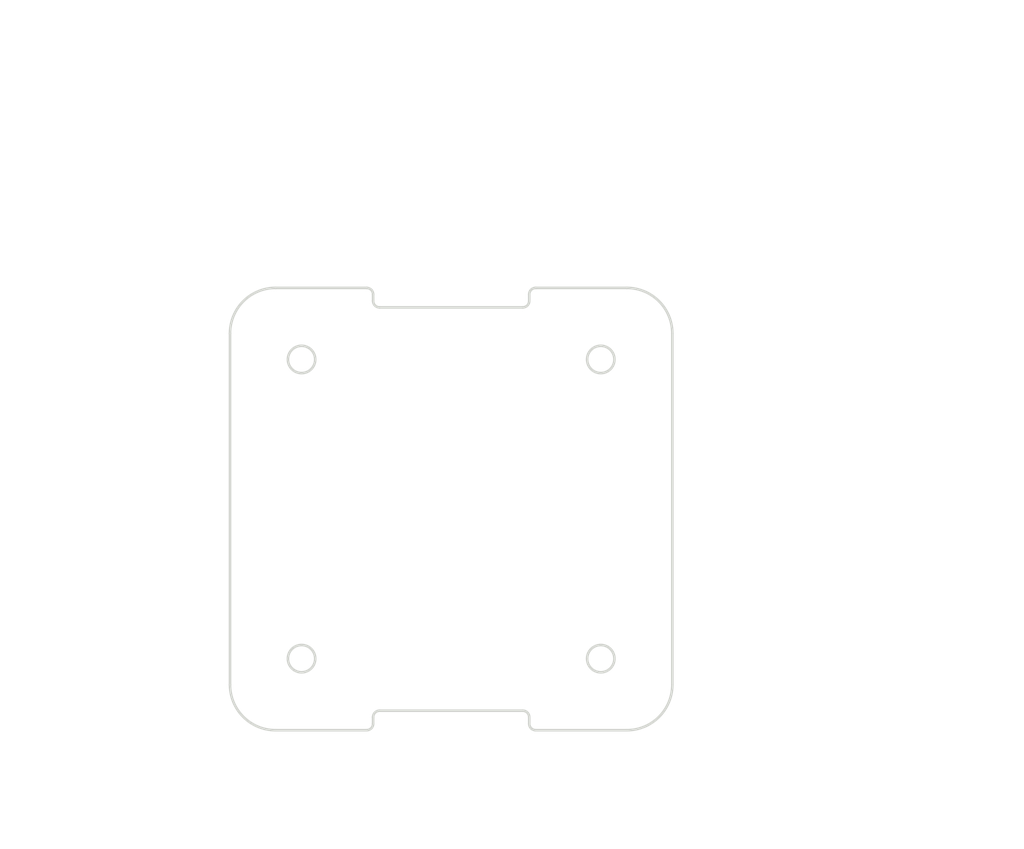
<source format=kicad_pcb>
(kicad_pcb (version 20171130) (host pcbnew "(5.1.0)-1")

  (general
    (thickness 1.6)
    (drawings 73)
    (tracks 0)
    (zones 0)
    (modules 0)
    (nets 1)
  )

  (page A4)
  (layers
    (0 F.Cu signal)
    (31 B.Cu signal)
    (32 B.Adhes user)
    (33 F.Adhes user)
    (34 B.Paste user)
    (35 F.Paste user)
    (36 B.SilkS user)
    (37 F.SilkS user)
    (38 B.Mask user)
    (39 F.Mask user)
    (40 Dwgs.User user)
    (41 Cmts.User user)
    (42 Eco1.User user)
    (43 Eco2.User user)
    (44 Edge.Cuts user)
    (45 Margin user)
    (46 B.CrtYd user)
    (47 F.CrtYd user)
    (48 B.Fab user)
    (49 F.Fab user)
  )

  (setup
    (last_trace_width 0.25)
    (trace_clearance 0.2)
    (zone_clearance 0.508)
    (zone_45_only no)
    (trace_min 0.2)
    (via_size 0.8)
    (via_drill 0.4)
    (via_min_size 0.4)
    (via_min_drill 0.3)
    (uvia_size 0.3)
    (uvia_drill 0.1)
    (uvias_allowed no)
    (uvia_min_size 0.2)
    (uvia_min_drill 0.1)
    (edge_width 0.05)
    (segment_width 0.2)
    (pcb_text_width 0.3)
    (pcb_text_size 1.5 1.5)
    (mod_edge_width 0.12)
    (mod_text_size 1 1)
    (mod_text_width 0.15)
    (pad_size 1.524 1.524)
    (pad_drill 0.762)
    (pad_to_mask_clearance 0.051)
    (solder_mask_min_width 0.25)
    (aux_axis_origin 0 0)
    (visible_elements FFFFFF7F)
    (pcbplotparams
      (layerselection 0x010fc_ffffffff)
      (usegerberextensions false)
      (usegerberattributes false)
      (usegerberadvancedattributes false)
      (creategerberjobfile false)
      (excludeedgelayer true)
      (linewidth 0.152400)
      (plotframeref false)
      (viasonmask false)
      (mode 1)
      (useauxorigin false)
      (hpglpennumber 1)
      (hpglpenspeed 20)
      (hpglpendiameter 15.000000)
      (psnegative false)
      (psa4output false)
      (plotreference true)
      (plotvalue true)
      (plotinvisibletext false)
      (padsonsilk false)
      (subtractmaskfromsilk false)
      (outputformat 1)
      (mirror false)
      (drillshape 1)
      (scaleselection 1)
      (outputdirectory ""))
  )

  (net 0 "")

  (net_class Default "This is the default net class."
    (clearance 0.2)
    (trace_width 0.25)
    (via_dia 0.8)
    (via_drill 0.4)
    (uvia_dia 0.3)
    (uvia_drill 0.1)
  )

  (gr_circle (center 135.926012 101.708606) (end 136.976012 101.708606) (layer Edge.Cuts) (width 0.2))
  (gr_circle (center 158.926012 78.708606) (end 159.976012 78.708606) (layer Edge.Cuts) (width 0.2))
  (gr_circle (center 158.926012 101.708606) (end 159.976012 101.708606) (layer Edge.Cuts) (width 0.2))
  (gr_circle (center 135.926012 78.708606) (end 136.976012 78.708606) (layer Edge.Cuts) (width 0.2))
  (gr_arc (start 160.926012 103.708606) (end 160.926012 107.208606) (angle -90) (layer Edge.Cuts) (width 0.2))
  (gr_arc (start 160.926012 76.708606) (end 164.426012 76.708606) (angle -90) (layer Edge.Cuts) (width 0.2))
  (gr_arc (start 133.926012 76.708606) (end 133.926012 73.208606) (angle -90) (layer Edge.Cuts) (width 0.2))
  (gr_arc (start 133.926012 103.708606) (end 130.426012 103.708606) (angle -90) (layer Edge.Cuts) (width 0.2))
  (gr_line (start 141.426012 74.208606) (end 141.426012 73.708606) (layer Edge.Cuts) (width 0.2))
  (gr_line (start 153.426012 106.208606) (end 153.426012 106.708606) (layer Edge.Cuts) (width 0.2))
  (gr_line (start 141.426012 106.708606) (end 141.426012 106.208606) (layer Edge.Cuts) (width 0.2))
  (gr_line (start 141.926012 105.708606) (end 152.926012 105.708606) (layer Edge.Cuts) (width 0.2))
  (gr_line (start 153.426012 73.708606) (end 153.426012 74.208606) (layer Edge.Cuts) (width 0.2))
  (gr_line (start 152.926012 74.708606) (end 141.926012 74.708606) (layer Edge.Cuts) (width 0.2))
  (gr_line (start 164.426012 103.708606) (end 164.426012 76.708606) (layer Edge.Cuts) (width 0.2))
  (gr_line (start 130.426012 76.708606) (end 130.426012 103.708606) (layer Edge.Cuts) (width 0.2))
  (gr_line (start 160.926012 73.208606) (end 153.926012 73.208606) (layer Edge.Cuts) (width 0.2))
  (gr_line (start 133.926012 107.208606) (end 140.926012 107.208606) (layer Edge.Cuts) (width 0.2))
  (gr_line (start 153.926012 107.208606) (end 160.926012 107.208606) (layer Edge.Cuts) (width 0.2))
  (gr_line (start 140.926012 73.208606) (end 133.926012 73.208606) (layer Edge.Cuts) (width 0.2))
  (gr_arc (start 140.926012 106.708606) (end 140.926012 107.208606) (angle -90) (layer Edge.Cuts) (width 0.2))
  (gr_arc (start 141.926012 106.208606) (end 141.926012 105.708606) (angle -90) (layer Edge.Cuts) (width 0.2))
  (gr_arc (start 153.926012 106.708606) (end 153.426012 106.708606) (angle -90) (layer Edge.Cuts) (width 0.2))
  (gr_arc (start 152.926012 106.208606) (end 153.426012 106.208606) (angle -90) (layer Edge.Cuts) (width 0.2))
  (gr_arc (start 153.926012 73.708606) (end 153.926012 73.208606) (angle -90) (layer Edge.Cuts) (width 0.2))
  (gr_arc (start 152.926012 74.208606) (end 152.926012 74.708606) (angle -90) (layer Edge.Cuts) (width 0.2))
  (gr_arc (start 141.926012 74.208606) (end 141.426012 74.208606) (angle -90) (layer Edge.Cuts) (width 0.2))
  (gr_arc (start 140.926012 73.708606) (end 141.426012 73.708606) (angle -90) (layer Edge.Cuts) (width 0.2))
  (gr_line (start 135.926012 101.798606) (end 135.926012 101.618606) (layer Dwgs.User) (width 0.2))
  (gr_line (start 135.836012 101.708606) (end 136.016012 101.708606) (layer Dwgs.User) (width 0.2))
  (gr_text " ∅2.10\n[∅0.08]" (at 119.603755 95.34321) (layer Dwgs.User)
    (effects (font (size 1.7 1.53) (thickness 0.2125)))
  )
  (gr_line (start 126.140624 95.34321) (end 133.369343 100.045493) (layer Dwgs.User) (width 0.2))
  (gr_line (start 124.140624 95.34321) (end 126.140624 95.34321) (layer Dwgs.User) (width 0.2))
  (gr_text [R0.14] (at 117.245431 109.667606) (layer Dwgs.User)
    (effects (font (size 1.7 1.53) (thickness 0.2125)))
  )
  (gr_text " R3.50" (at 117.245431 106.109591) (layer Dwgs.User)
    (effects (font (size 1.7 1.53) (thickness 0.2125)))
  )
  (gr_line (start 123.716202 107.778145) (end 128.816912 105.745048) (layer Dwgs.User) (width 0.2))
  (gr_line (start 121.716202 107.778145) (end 123.716202 107.778145) (layer Dwgs.User) (width 0.2))
  (gr_text [.47] (at 134.570314 114.959187) (layer Dwgs.User)
    (effects (font (size 1.7 1.53) (thickness 0.2125)))
  )
  (gr_text " 12.00" (at 134.570314 111.405231) (layer Dwgs.User)
    (effects (font (size 1.7 1.53) (thickness 0.2125)))
  )
  (gr_line (start 141.426012 113.073205) (end 138.614926 113.073205) (layer Dwgs.User) (width 0.2))
  (gr_line (start 151.426012 113.073205) (end 143.426012 113.073205) (layer Dwgs.User) (width 0.2))
  (gr_line (start 153.426012 107.708606) (end 153.426012 116.248205) (layer Dwgs.User) (width 0.2))
  (gr_line (start 141.426012 107.708606) (end 141.426012 116.248205) (layer Dwgs.User) (width 0.2))
  (gr_text [1.22] (at 177.371982 92.098067) (layer Dwgs.User)
    (effects (font (size 1.7 1.53) (thickness 0.2125)))
  )
  (gr_text " 31.00" (at 177.371982 88.540052) (layer Dwgs.User)
    (effects (font (size 1.7 1.53) (thickness 0.2125)))
  )
  (gr_line (start 177.371982 103.708606) (end 177.371982 93.766621) (layer Dwgs.User) (width 0.2))
  (gr_line (start 177.371982 76.708606) (end 177.371982 86.650591) (layer Dwgs.User) (width 0.2))
  (gr_line (start 153.926012 105.708606) (end 180.546982 105.708606) (layer Dwgs.User) (width 0.2))
  (gr_line (start 153.926012 74.708606) (end 180.546982 74.708606) (layer Dwgs.User) (width 0.2))
  (gr_text [.91] (at 147.426012 70.598067) (layer Dwgs.User)
    (effects (font (size 1.7 1.53) (thickness 0.2125)))
  )
  (gr_text " 23.00" (at 147.426012 67.040052) (layer Dwgs.User)
    (effects (font (size 1.7 1.53) (thickness 0.2125)))
  )
  (gr_line (start 137.926012 68.708606) (end 143.381401 68.708606) (layer Dwgs.User) (width 0.2))
  (gr_line (start 156.926012 68.708606) (end 151.470623 68.708606) (layer Dwgs.User) (width 0.2))
  (gr_line (start 135.926012 77.708606) (end 135.926012 65.533606) (layer Dwgs.User) (width 0.2))
  (gr_line (start 158.926012 77.708606) (end 158.926012 65.533606) (layer Dwgs.User) (width 0.2))
  (gr_text [.91] (at 168.926012 92.098067) (layer Dwgs.User)
    (effects (font (size 1.7 1.53) (thickness 0.2125)))
  )
  (gr_text " 23.00" (at 168.926012 88.540052) (layer Dwgs.User)
    (effects (font (size 1.7 1.53) (thickness 0.2125)))
  )
  (gr_line (start 168.926012 99.708606) (end 168.926012 93.766621) (layer Dwgs.User) (width 0.2))
  (gr_line (start 168.926012 80.708606) (end 168.926012 86.650591) (layer Dwgs.User) (width 0.2))
  (gr_line (start 159.926012 101.708606) (end 172.101012 101.708606) (layer Dwgs.User) (width 0.2))
  (gr_line (start 159.926012 78.708606) (end 172.101012 78.708606) (layer Dwgs.User) (width 0.2))
  (gr_text [1.34] (at 187.445498 91.852283) (layer Dwgs.User)
    (effects (font (size 1.7 1.53) (thickness 0.2125)))
  )
  (gr_text " 34.00" (at 187.445498 88.294268) (layer Dwgs.User)
    (effects (font (size 1.7 1.53) (thickness 0.2125)))
  )
  (gr_line (start 187.445498 105.208606) (end 187.445498 93.520837) (layer Dwgs.User) (width 0.2))
  (gr_line (start 187.445498 75.208606) (end 187.445498 86.404806) (layer Dwgs.User) (width 0.2))
  (gr_line (start 161.926012 107.208606) (end 190.620498 107.208606) (layer Dwgs.User) (width 0.2))
  (gr_line (start 161.926012 73.208606) (end 190.620498 73.208606) (layer Dwgs.User) (width 0.2))
  (gr_text [1.34] (at 154.486199 56.242702) (layer Dwgs.User)
    (effects (font (size 1.7 1.53) (thickness 0.2125)))
  )
  (gr_text " 34.00" (at 154.486199 52.684687) (layer Dwgs.User)
    (effects (font (size 1.7 1.53) (thickness 0.2125)))
  )
  (gr_line (start 132.426012 54.353241) (end 150.441587 54.353241) (layer Dwgs.User) (width 0.2))
  (gr_line (start 162.426012 54.353241) (end 158.53081 54.353241) (layer Dwgs.User) (width 0.2))
  (gr_line (start 130.426012 75.708606) (end 130.426012 51.178241) (layer Dwgs.User) (width 0.2))
  (gr_line (start 164.426012 75.708606) (end 164.426012 51.178241) (layer Dwgs.User) (width 0.2))

)

</source>
